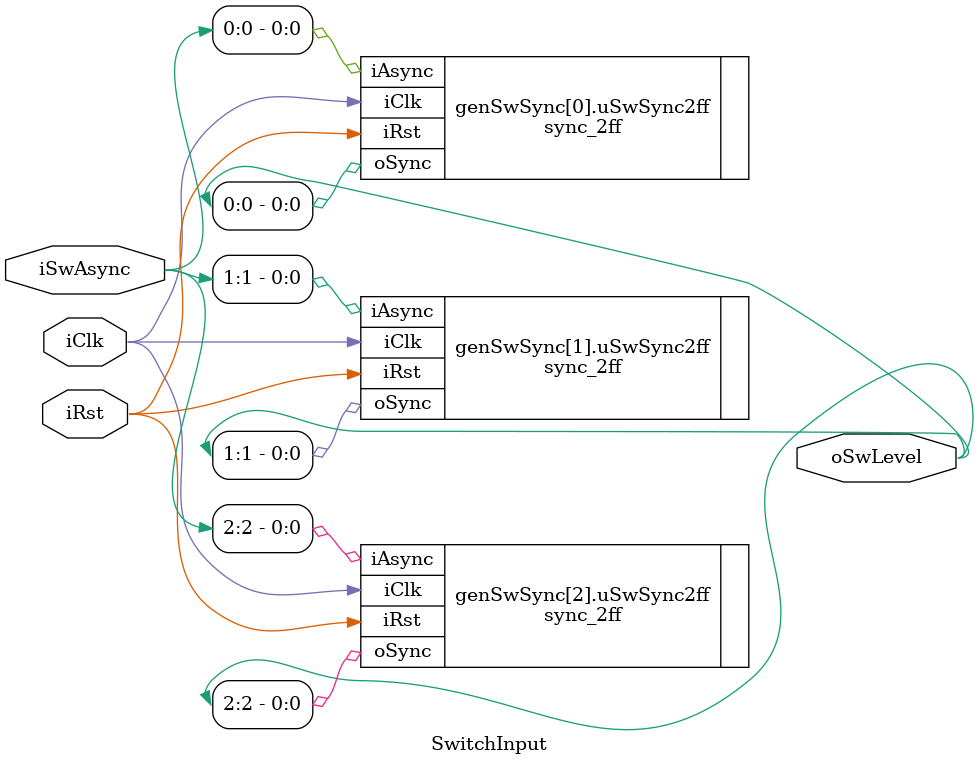
<source format=v>
/*
[MODULE_INFO_START]
Name: SwitchInput
Role: Synchronizes FPGA switch inputs into system clock domain.
Summary:
  - Applies sync_2ff per switch bit.
  - Outputs stable synchronous switch level for control logic.
[MODULE_INFO_END]
*/

module SwitchInput(
    input  wire [2:0] iSwAsync,
    input  wire       iClk,
    input  wire       iRst,
    output wire [2:0] oSwLevel
);

    genvar idxSw;
    generate
        for (idxSw = 0; idxSw < 3; idxSw = idxSw + 1) begin: genSwSync
            sync_2ff uSwSync2ff (
                .iAsync(iSwAsync[idxSw]),
                .iClk  (iClk),
                .iRst  (iRst),
                .oSync (oSwLevel[idxSw])
            );
        end
    endgenerate

endmodule

</source>
